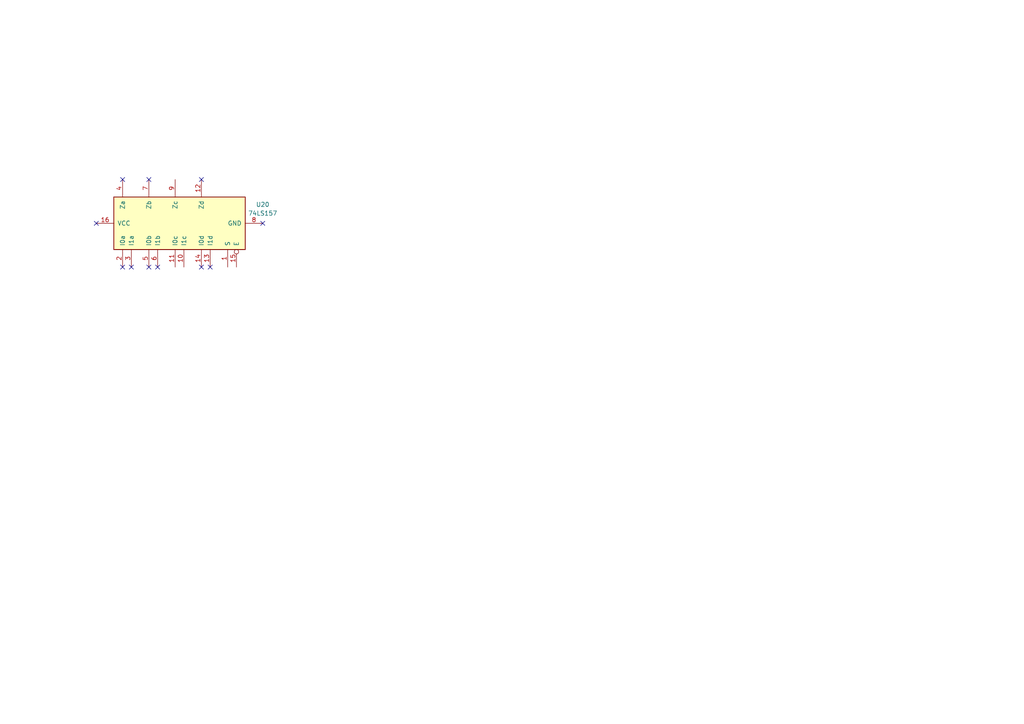
<source format=kicad_sch>
(kicad_sch (version 20250114) (generator "eeschema") (generator_version "9.0")
  (paper "A4")
  (lib_symbols
    (symbol "74xx:74LS157" (pin_names (offset 1.016))
      (property "Reference" "U" (at -7.62 19.05 0))
      (property "Value" "74LS157" (at -7.62 -21.59 0))
      (symbol "74LS157_1_0"
        (pin input line (at -12.7 15.24 0) (length 5.08) (name "I0a") (number "2"))
        (pin input line (at -12.7 12.7 0) (length 5.08) (name "I1a") (number "3"))
        (pin input line (at -12.7 7.62 0) (length 5.08) (name "I0b") (number "5"))
        (pin input line (at -12.7 5.08 0) (length 5.08) (name "I1b") (number "6"))
        (pin input line (at -12.7 0 0) (length 5.08) (name "I0c") (number "11"))
        (pin input line (at -12.7 -2.54 0) (length 5.08) (name "I1c") (number "10"))
        (pin input line (at -12.7 -7.62 0) (length 5.08) (name "I0d") (number "14"))
        (pin input line (at -12.7 -10.16 0) (length 5.08) (name "I1d") (number "13"))
        (pin input line (at -12.7 -15.24 0) (length 5.08) (name "S") (number "1"))
        (pin input inverted (at -12.7 -17.78 0) (length 5.08) (name "E") (number "15"))
        (pin power_in line (at 0 22.86 270) (length 5.08) (name "VCC") (number "16"))
        (pin power_in line (at 0 -25.4 90) (length 5.08) (name "GND") (number "8"))
        (pin output line (at 12.7 15.24 180) (length 5.08) (name "Za") (number "4"))
        (pin output line (at 12.7 7.62 180) (length 5.08) (name "Zb") (number "7"))
        (pin output line (at 12.7 0 180) (length 5.08) (name "Zc") (number "9"))
        (pin output line (at 12.7 -7.62 180) (length 5.08) (name "Zd") (number "12"))
      )
      (symbol "74LS157_1_1"
        (rectangle (start -7.62 17.78) (end 7.62 -20.32) (stroke (width 0.254)) (fill (type background)))
      )
    )
  )
  (no_connect (at 27.94 64.77))
  (no_connect (at 38.1 77.47))
  (no_connect (at 45.72 77.47))
  (no_connect (at 43.18 77.47))
  (no_connect (at 35.56 52.07))
  (no_connect (at 58.42 52.07))
  (no_connect (at 60.96 77.47))
  (no_connect (at 35.56 77.47))
  (no_connect (at 76.2 64.77))
  (no_connect (at 43.18 52.07))
  (no_connect (at 58.42 77.47))
  (symbol (lib_id "74xx:74LS157") (at 50.8 64.77 90) (unit 1)
    (property "Reference" "U20" (at 76.2 59.3246 90))
    (property "Value" "74LS157" (at 76.2 61.8646 90))
    (property "Datasheet" "http://www.ti.com/lit/gpn/sn74LS157" (effects (hide yes)))
    (property "Description" "Quad 2 to 1 line Multiplexer" (effects (hide yes)))
  )
)
</source>
